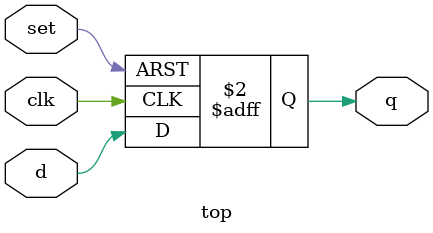
<source format=v>
module top(input clk, d, set, output reg q);
    always @(posedge clk or posedge set)
           if (set)
                q <= 1'b1;
           else
                q <= d;
endmodule

</source>
